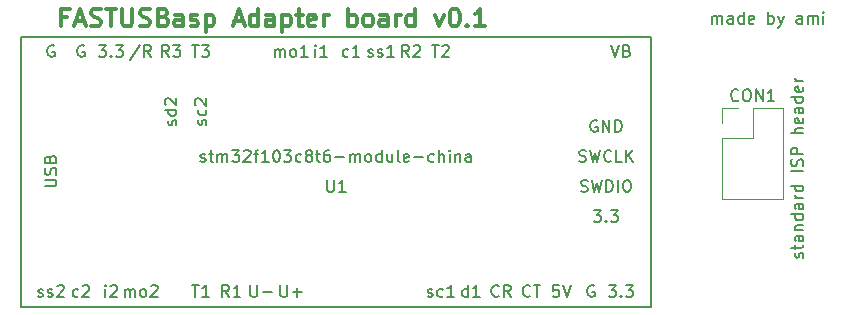
<source format=gto>
G04 #@! TF.FileFunction,Legend,Top*
%FSLAX46Y46*%
G04 Gerber Fmt 4.6, Leading zero omitted, Abs format (unit mm)*
G04 Created by KiCad (PCBNEW 4.0.6) date Sun Apr 16 23:54:16 2017*
%MOMM*%
%LPD*%
G01*
G04 APERTURE LIST*
%ADD10C,0.100000*%
%ADD11C,0.200000*%
%ADD12C,0.300000*%
%ADD13C,0.120000*%
%ADD14C,0.150000*%
G04 APERTURE END LIST*
D10*
D11*
X231544762Y-124411430D02*
X231592381Y-124316192D01*
X231592381Y-124125716D01*
X231544762Y-124030477D01*
X231449524Y-123982858D01*
X231401905Y-123982858D01*
X231306667Y-124030477D01*
X231259048Y-124125716D01*
X231259048Y-124268573D01*
X231211429Y-124363811D01*
X231116190Y-124411430D01*
X231068571Y-124411430D01*
X230973333Y-124363811D01*
X230925714Y-124268573D01*
X230925714Y-124125716D01*
X230973333Y-124030477D01*
X230925714Y-123697144D02*
X230925714Y-123316192D01*
X230592381Y-123554287D02*
X231449524Y-123554287D01*
X231544762Y-123506668D01*
X231592381Y-123411430D01*
X231592381Y-123316192D01*
X231592381Y-122554286D02*
X231068571Y-122554286D01*
X230973333Y-122601905D01*
X230925714Y-122697143D01*
X230925714Y-122887620D01*
X230973333Y-122982858D01*
X231544762Y-122554286D02*
X231592381Y-122649524D01*
X231592381Y-122887620D01*
X231544762Y-122982858D01*
X231449524Y-123030477D01*
X231354286Y-123030477D01*
X231259048Y-122982858D01*
X231211429Y-122887620D01*
X231211429Y-122649524D01*
X231163810Y-122554286D01*
X230925714Y-122078096D02*
X231592381Y-122078096D01*
X231020952Y-122078096D02*
X230973333Y-122030477D01*
X230925714Y-121935239D01*
X230925714Y-121792381D01*
X230973333Y-121697143D01*
X231068571Y-121649524D01*
X231592381Y-121649524D01*
X231592381Y-120744762D02*
X230592381Y-120744762D01*
X231544762Y-120744762D02*
X231592381Y-120840000D01*
X231592381Y-121030477D01*
X231544762Y-121125715D01*
X231497143Y-121173334D01*
X231401905Y-121220953D01*
X231116190Y-121220953D01*
X231020952Y-121173334D01*
X230973333Y-121125715D01*
X230925714Y-121030477D01*
X230925714Y-120840000D01*
X230973333Y-120744762D01*
X231592381Y-119840000D02*
X231068571Y-119840000D01*
X230973333Y-119887619D01*
X230925714Y-119982857D01*
X230925714Y-120173334D01*
X230973333Y-120268572D01*
X231544762Y-119840000D02*
X231592381Y-119935238D01*
X231592381Y-120173334D01*
X231544762Y-120268572D01*
X231449524Y-120316191D01*
X231354286Y-120316191D01*
X231259048Y-120268572D01*
X231211429Y-120173334D01*
X231211429Y-119935238D01*
X231163810Y-119840000D01*
X231592381Y-119363810D02*
X230925714Y-119363810D01*
X231116190Y-119363810D02*
X231020952Y-119316191D01*
X230973333Y-119268572D01*
X230925714Y-119173334D01*
X230925714Y-119078095D01*
X231592381Y-118316190D02*
X230592381Y-118316190D01*
X231544762Y-118316190D02*
X231592381Y-118411428D01*
X231592381Y-118601905D01*
X231544762Y-118697143D01*
X231497143Y-118744762D01*
X231401905Y-118792381D01*
X231116190Y-118792381D01*
X231020952Y-118744762D01*
X230973333Y-118697143D01*
X230925714Y-118601905D01*
X230925714Y-118411428D01*
X230973333Y-118316190D01*
X231592381Y-117078095D02*
X230592381Y-117078095D01*
X231544762Y-116649524D02*
X231592381Y-116506667D01*
X231592381Y-116268571D01*
X231544762Y-116173333D01*
X231497143Y-116125714D01*
X231401905Y-116078095D01*
X231306667Y-116078095D01*
X231211429Y-116125714D01*
X231163810Y-116173333D01*
X231116190Y-116268571D01*
X231068571Y-116459048D01*
X231020952Y-116554286D01*
X230973333Y-116601905D01*
X230878095Y-116649524D01*
X230782857Y-116649524D01*
X230687619Y-116601905D01*
X230640000Y-116554286D01*
X230592381Y-116459048D01*
X230592381Y-116220952D01*
X230640000Y-116078095D01*
X231592381Y-115649524D02*
X230592381Y-115649524D01*
X230592381Y-115268571D01*
X230640000Y-115173333D01*
X230687619Y-115125714D01*
X230782857Y-115078095D01*
X230925714Y-115078095D01*
X231020952Y-115125714D01*
X231068571Y-115173333D01*
X231116190Y-115268571D01*
X231116190Y-115649524D01*
X231592381Y-113887619D02*
X230592381Y-113887619D01*
X231592381Y-113459047D02*
X231068571Y-113459047D01*
X230973333Y-113506666D01*
X230925714Y-113601904D01*
X230925714Y-113744762D01*
X230973333Y-113840000D01*
X231020952Y-113887619D01*
X231544762Y-112601904D02*
X231592381Y-112697142D01*
X231592381Y-112887619D01*
X231544762Y-112982857D01*
X231449524Y-113030476D01*
X231068571Y-113030476D01*
X230973333Y-112982857D01*
X230925714Y-112887619D01*
X230925714Y-112697142D01*
X230973333Y-112601904D01*
X231068571Y-112554285D01*
X231163810Y-112554285D01*
X231259048Y-113030476D01*
X231592381Y-111697142D02*
X231068571Y-111697142D01*
X230973333Y-111744761D01*
X230925714Y-111839999D01*
X230925714Y-112030476D01*
X230973333Y-112125714D01*
X231544762Y-111697142D02*
X231592381Y-111792380D01*
X231592381Y-112030476D01*
X231544762Y-112125714D01*
X231449524Y-112173333D01*
X231354286Y-112173333D01*
X231259048Y-112125714D01*
X231211429Y-112030476D01*
X231211429Y-111792380D01*
X231163810Y-111697142D01*
X231592381Y-110792380D02*
X230592381Y-110792380D01*
X231544762Y-110792380D02*
X231592381Y-110887618D01*
X231592381Y-111078095D01*
X231544762Y-111173333D01*
X231497143Y-111220952D01*
X231401905Y-111268571D01*
X231116190Y-111268571D01*
X231020952Y-111220952D01*
X230973333Y-111173333D01*
X230925714Y-111078095D01*
X230925714Y-110887618D01*
X230973333Y-110792380D01*
X231544762Y-109935237D02*
X231592381Y-110030475D01*
X231592381Y-110220952D01*
X231544762Y-110316190D01*
X231449524Y-110363809D01*
X231068571Y-110363809D01*
X230973333Y-110316190D01*
X230925714Y-110220952D01*
X230925714Y-110030475D01*
X230973333Y-109935237D01*
X231068571Y-109887618D01*
X231163810Y-109887618D01*
X231259048Y-110363809D01*
X231592381Y-109459047D02*
X230925714Y-109459047D01*
X231116190Y-109459047D02*
X231020952Y-109411428D01*
X230973333Y-109363809D01*
X230925714Y-109268571D01*
X230925714Y-109173332D01*
X223885714Y-104592381D02*
X223885714Y-103925714D01*
X223885714Y-104020952D02*
X223933333Y-103973333D01*
X224028571Y-103925714D01*
X224171429Y-103925714D01*
X224266667Y-103973333D01*
X224314286Y-104068571D01*
X224314286Y-104592381D01*
X224314286Y-104068571D02*
X224361905Y-103973333D01*
X224457143Y-103925714D01*
X224600000Y-103925714D01*
X224695238Y-103973333D01*
X224742857Y-104068571D01*
X224742857Y-104592381D01*
X225647619Y-104592381D02*
X225647619Y-104068571D01*
X225600000Y-103973333D01*
X225504762Y-103925714D01*
X225314285Y-103925714D01*
X225219047Y-103973333D01*
X225647619Y-104544762D02*
X225552381Y-104592381D01*
X225314285Y-104592381D01*
X225219047Y-104544762D01*
X225171428Y-104449524D01*
X225171428Y-104354286D01*
X225219047Y-104259048D01*
X225314285Y-104211429D01*
X225552381Y-104211429D01*
X225647619Y-104163810D01*
X226552381Y-104592381D02*
X226552381Y-103592381D01*
X226552381Y-104544762D02*
X226457143Y-104592381D01*
X226266666Y-104592381D01*
X226171428Y-104544762D01*
X226123809Y-104497143D01*
X226076190Y-104401905D01*
X226076190Y-104116190D01*
X226123809Y-104020952D01*
X226171428Y-103973333D01*
X226266666Y-103925714D01*
X226457143Y-103925714D01*
X226552381Y-103973333D01*
X227409524Y-104544762D02*
X227314286Y-104592381D01*
X227123809Y-104592381D01*
X227028571Y-104544762D01*
X226980952Y-104449524D01*
X226980952Y-104068571D01*
X227028571Y-103973333D01*
X227123809Y-103925714D01*
X227314286Y-103925714D01*
X227409524Y-103973333D01*
X227457143Y-104068571D01*
X227457143Y-104163810D01*
X226980952Y-104259048D01*
X228647619Y-104592381D02*
X228647619Y-103592381D01*
X228647619Y-103973333D02*
X228742857Y-103925714D01*
X228933334Y-103925714D01*
X229028572Y-103973333D01*
X229076191Y-104020952D01*
X229123810Y-104116190D01*
X229123810Y-104401905D01*
X229076191Y-104497143D01*
X229028572Y-104544762D01*
X228933334Y-104592381D01*
X228742857Y-104592381D01*
X228647619Y-104544762D01*
X229457143Y-103925714D02*
X229695238Y-104592381D01*
X229933334Y-103925714D02*
X229695238Y-104592381D01*
X229600000Y-104830476D01*
X229552381Y-104878095D01*
X229457143Y-104925714D01*
X231504763Y-104592381D02*
X231504763Y-104068571D01*
X231457144Y-103973333D01*
X231361906Y-103925714D01*
X231171429Y-103925714D01*
X231076191Y-103973333D01*
X231504763Y-104544762D02*
X231409525Y-104592381D01*
X231171429Y-104592381D01*
X231076191Y-104544762D01*
X231028572Y-104449524D01*
X231028572Y-104354286D01*
X231076191Y-104259048D01*
X231171429Y-104211429D01*
X231409525Y-104211429D01*
X231504763Y-104163810D01*
X231980953Y-104592381D02*
X231980953Y-103925714D01*
X231980953Y-104020952D02*
X232028572Y-103973333D01*
X232123810Y-103925714D01*
X232266668Y-103925714D01*
X232361906Y-103973333D01*
X232409525Y-104068571D01*
X232409525Y-104592381D01*
X232409525Y-104068571D02*
X232457144Y-103973333D01*
X232552382Y-103925714D01*
X232695239Y-103925714D01*
X232790477Y-103973333D01*
X232838096Y-104068571D01*
X232838096Y-104592381D01*
X233314286Y-104592381D02*
X233314286Y-103925714D01*
X233314286Y-103592381D02*
X233266667Y-103640000D01*
X233314286Y-103687619D01*
X233361905Y-103640000D01*
X233314286Y-103592381D01*
X233314286Y-103687619D01*
D12*
X169297144Y-104032857D02*
X168797144Y-104032857D01*
X168797144Y-104818571D02*
X168797144Y-103318571D01*
X169511430Y-103318571D01*
X170011429Y-104390000D02*
X170725715Y-104390000D01*
X169868572Y-104818571D02*
X170368572Y-103318571D01*
X170868572Y-104818571D01*
X171297143Y-104747143D02*
X171511429Y-104818571D01*
X171868572Y-104818571D01*
X172011429Y-104747143D01*
X172082858Y-104675714D01*
X172154286Y-104532857D01*
X172154286Y-104390000D01*
X172082858Y-104247143D01*
X172011429Y-104175714D01*
X171868572Y-104104286D01*
X171582858Y-104032857D01*
X171440000Y-103961429D01*
X171368572Y-103890000D01*
X171297143Y-103747143D01*
X171297143Y-103604286D01*
X171368572Y-103461429D01*
X171440000Y-103390000D01*
X171582858Y-103318571D01*
X171940000Y-103318571D01*
X172154286Y-103390000D01*
X172582857Y-103318571D02*
X173440000Y-103318571D01*
X173011429Y-104818571D02*
X173011429Y-103318571D01*
X173940000Y-103318571D02*
X173940000Y-104532857D01*
X174011428Y-104675714D01*
X174082857Y-104747143D01*
X174225714Y-104818571D01*
X174511428Y-104818571D01*
X174654286Y-104747143D01*
X174725714Y-104675714D01*
X174797143Y-104532857D01*
X174797143Y-103318571D01*
X175440000Y-104747143D02*
X175654286Y-104818571D01*
X176011429Y-104818571D01*
X176154286Y-104747143D01*
X176225715Y-104675714D01*
X176297143Y-104532857D01*
X176297143Y-104390000D01*
X176225715Y-104247143D01*
X176154286Y-104175714D01*
X176011429Y-104104286D01*
X175725715Y-104032857D01*
X175582857Y-103961429D01*
X175511429Y-103890000D01*
X175440000Y-103747143D01*
X175440000Y-103604286D01*
X175511429Y-103461429D01*
X175582857Y-103390000D01*
X175725715Y-103318571D01*
X176082857Y-103318571D01*
X176297143Y-103390000D01*
X177440000Y-104032857D02*
X177654286Y-104104286D01*
X177725714Y-104175714D01*
X177797143Y-104318571D01*
X177797143Y-104532857D01*
X177725714Y-104675714D01*
X177654286Y-104747143D01*
X177511428Y-104818571D01*
X176940000Y-104818571D01*
X176940000Y-103318571D01*
X177440000Y-103318571D01*
X177582857Y-103390000D01*
X177654286Y-103461429D01*
X177725714Y-103604286D01*
X177725714Y-103747143D01*
X177654286Y-103890000D01*
X177582857Y-103961429D01*
X177440000Y-104032857D01*
X176940000Y-104032857D01*
X179082857Y-104818571D02*
X179082857Y-104032857D01*
X179011428Y-103890000D01*
X178868571Y-103818571D01*
X178582857Y-103818571D01*
X178440000Y-103890000D01*
X179082857Y-104747143D02*
X178940000Y-104818571D01*
X178582857Y-104818571D01*
X178440000Y-104747143D01*
X178368571Y-104604286D01*
X178368571Y-104461429D01*
X178440000Y-104318571D01*
X178582857Y-104247143D01*
X178940000Y-104247143D01*
X179082857Y-104175714D01*
X179725714Y-104747143D02*
X179868571Y-104818571D01*
X180154286Y-104818571D01*
X180297143Y-104747143D01*
X180368571Y-104604286D01*
X180368571Y-104532857D01*
X180297143Y-104390000D01*
X180154286Y-104318571D01*
X179940000Y-104318571D01*
X179797143Y-104247143D01*
X179725714Y-104104286D01*
X179725714Y-104032857D01*
X179797143Y-103890000D01*
X179940000Y-103818571D01*
X180154286Y-103818571D01*
X180297143Y-103890000D01*
X181011429Y-103818571D02*
X181011429Y-105318571D01*
X181011429Y-103890000D02*
X181154286Y-103818571D01*
X181440000Y-103818571D01*
X181582857Y-103890000D01*
X181654286Y-103961429D01*
X181725715Y-104104286D01*
X181725715Y-104532857D01*
X181654286Y-104675714D01*
X181582857Y-104747143D01*
X181440000Y-104818571D01*
X181154286Y-104818571D01*
X181011429Y-104747143D01*
X183440000Y-104390000D02*
X184154286Y-104390000D01*
X183297143Y-104818571D02*
X183797143Y-103318571D01*
X184297143Y-104818571D01*
X185440000Y-104818571D02*
X185440000Y-103318571D01*
X185440000Y-104747143D02*
X185297143Y-104818571D01*
X185011429Y-104818571D01*
X184868571Y-104747143D01*
X184797143Y-104675714D01*
X184725714Y-104532857D01*
X184725714Y-104104286D01*
X184797143Y-103961429D01*
X184868571Y-103890000D01*
X185011429Y-103818571D01*
X185297143Y-103818571D01*
X185440000Y-103890000D01*
X186797143Y-104818571D02*
X186797143Y-104032857D01*
X186725714Y-103890000D01*
X186582857Y-103818571D01*
X186297143Y-103818571D01*
X186154286Y-103890000D01*
X186797143Y-104747143D02*
X186654286Y-104818571D01*
X186297143Y-104818571D01*
X186154286Y-104747143D01*
X186082857Y-104604286D01*
X186082857Y-104461429D01*
X186154286Y-104318571D01*
X186297143Y-104247143D01*
X186654286Y-104247143D01*
X186797143Y-104175714D01*
X187511429Y-103818571D02*
X187511429Y-105318571D01*
X187511429Y-103890000D02*
X187654286Y-103818571D01*
X187940000Y-103818571D01*
X188082857Y-103890000D01*
X188154286Y-103961429D01*
X188225715Y-104104286D01*
X188225715Y-104532857D01*
X188154286Y-104675714D01*
X188082857Y-104747143D01*
X187940000Y-104818571D01*
X187654286Y-104818571D01*
X187511429Y-104747143D01*
X188654286Y-103818571D02*
X189225715Y-103818571D01*
X188868572Y-103318571D02*
X188868572Y-104604286D01*
X188940000Y-104747143D01*
X189082858Y-104818571D01*
X189225715Y-104818571D01*
X190297143Y-104747143D02*
X190154286Y-104818571D01*
X189868572Y-104818571D01*
X189725715Y-104747143D01*
X189654286Y-104604286D01*
X189654286Y-104032857D01*
X189725715Y-103890000D01*
X189868572Y-103818571D01*
X190154286Y-103818571D01*
X190297143Y-103890000D01*
X190368572Y-104032857D01*
X190368572Y-104175714D01*
X189654286Y-104318571D01*
X191011429Y-104818571D02*
X191011429Y-103818571D01*
X191011429Y-104104286D02*
X191082857Y-103961429D01*
X191154286Y-103890000D01*
X191297143Y-103818571D01*
X191440000Y-103818571D01*
X193082857Y-104818571D02*
X193082857Y-103318571D01*
X193082857Y-103890000D02*
X193225714Y-103818571D01*
X193511428Y-103818571D01*
X193654285Y-103890000D01*
X193725714Y-103961429D01*
X193797143Y-104104286D01*
X193797143Y-104532857D01*
X193725714Y-104675714D01*
X193654285Y-104747143D01*
X193511428Y-104818571D01*
X193225714Y-104818571D01*
X193082857Y-104747143D01*
X194654286Y-104818571D02*
X194511428Y-104747143D01*
X194440000Y-104675714D01*
X194368571Y-104532857D01*
X194368571Y-104104286D01*
X194440000Y-103961429D01*
X194511428Y-103890000D01*
X194654286Y-103818571D01*
X194868571Y-103818571D01*
X195011428Y-103890000D01*
X195082857Y-103961429D01*
X195154286Y-104104286D01*
X195154286Y-104532857D01*
X195082857Y-104675714D01*
X195011428Y-104747143D01*
X194868571Y-104818571D01*
X194654286Y-104818571D01*
X196440000Y-104818571D02*
X196440000Y-104032857D01*
X196368571Y-103890000D01*
X196225714Y-103818571D01*
X195940000Y-103818571D01*
X195797143Y-103890000D01*
X196440000Y-104747143D02*
X196297143Y-104818571D01*
X195940000Y-104818571D01*
X195797143Y-104747143D01*
X195725714Y-104604286D01*
X195725714Y-104461429D01*
X195797143Y-104318571D01*
X195940000Y-104247143D01*
X196297143Y-104247143D01*
X196440000Y-104175714D01*
X197154286Y-104818571D02*
X197154286Y-103818571D01*
X197154286Y-104104286D02*
X197225714Y-103961429D01*
X197297143Y-103890000D01*
X197440000Y-103818571D01*
X197582857Y-103818571D01*
X198725714Y-104818571D02*
X198725714Y-103318571D01*
X198725714Y-104747143D02*
X198582857Y-104818571D01*
X198297143Y-104818571D01*
X198154285Y-104747143D01*
X198082857Y-104675714D01*
X198011428Y-104532857D01*
X198011428Y-104104286D01*
X198082857Y-103961429D01*
X198154285Y-103890000D01*
X198297143Y-103818571D01*
X198582857Y-103818571D01*
X198725714Y-103890000D01*
X200440000Y-103818571D02*
X200797143Y-104818571D01*
X201154285Y-103818571D01*
X202011428Y-103318571D02*
X202154285Y-103318571D01*
X202297142Y-103390000D01*
X202368571Y-103461429D01*
X202440000Y-103604286D01*
X202511428Y-103890000D01*
X202511428Y-104247143D01*
X202440000Y-104532857D01*
X202368571Y-104675714D01*
X202297142Y-104747143D01*
X202154285Y-104818571D01*
X202011428Y-104818571D01*
X201868571Y-104747143D01*
X201797142Y-104675714D01*
X201725714Y-104532857D01*
X201654285Y-104247143D01*
X201654285Y-103890000D01*
X201725714Y-103604286D01*
X201797142Y-103461429D01*
X201868571Y-103390000D01*
X202011428Y-103318571D01*
X203154285Y-104675714D02*
X203225713Y-104747143D01*
X203154285Y-104818571D01*
X203082856Y-104747143D01*
X203154285Y-104675714D01*
X203154285Y-104818571D01*
X204654285Y-104818571D02*
X203797142Y-104818571D01*
X204225714Y-104818571D02*
X204225714Y-103318571D01*
X204082857Y-103532857D01*
X203939999Y-103675714D01*
X203797142Y-103747143D01*
D13*
X224730000Y-114300000D02*
X224730000Y-119440000D01*
X224730000Y-119440000D02*
X229930000Y-119440000D01*
X229930000Y-119440000D02*
X229930000Y-111700000D01*
X229930000Y-111700000D02*
X227330000Y-111700000D01*
X227330000Y-111700000D02*
X227330000Y-114300000D01*
X227330000Y-114300000D02*
X224730000Y-114300000D01*
X224730000Y-113030000D02*
X224730000Y-111700000D01*
X224730000Y-111700000D02*
X226060000Y-111700000D01*
D14*
X165375001Y-128545001D02*
X218715001Y-128545001D01*
X218715001Y-105685001D02*
X165375001Y-105685001D01*
X218715001Y-128545001D02*
X218715001Y-105685001D01*
X165375001Y-105685001D02*
X165375001Y-128545001D01*
X226115715Y-111057143D02*
X226068096Y-111104762D01*
X225925239Y-111152381D01*
X225830001Y-111152381D01*
X225687143Y-111104762D01*
X225591905Y-111009524D01*
X225544286Y-110914286D01*
X225496667Y-110723810D01*
X225496667Y-110580952D01*
X225544286Y-110390476D01*
X225591905Y-110295238D01*
X225687143Y-110200000D01*
X225830001Y-110152381D01*
X225925239Y-110152381D01*
X226068096Y-110200000D01*
X226115715Y-110247619D01*
X226734762Y-110152381D02*
X226925239Y-110152381D01*
X227020477Y-110200000D01*
X227115715Y-110295238D01*
X227163334Y-110485714D01*
X227163334Y-110819048D01*
X227115715Y-111009524D01*
X227020477Y-111104762D01*
X226925239Y-111152381D01*
X226734762Y-111152381D01*
X226639524Y-111104762D01*
X226544286Y-111009524D01*
X226496667Y-110819048D01*
X226496667Y-110485714D01*
X226544286Y-110295238D01*
X226639524Y-110200000D01*
X226734762Y-110152381D01*
X227591905Y-111152381D02*
X227591905Y-110152381D01*
X228163334Y-111152381D01*
X228163334Y-110152381D01*
X229163334Y-111152381D02*
X228591905Y-111152381D01*
X228877619Y-111152381D02*
X228877619Y-110152381D01*
X228782381Y-110295238D01*
X228687143Y-110390476D01*
X228591905Y-110438095D01*
X191283096Y-117837382D02*
X191283096Y-118646906D01*
X191330715Y-118742144D01*
X191378334Y-118789763D01*
X191473572Y-118837382D01*
X191664049Y-118837382D01*
X191759287Y-118789763D01*
X191806906Y-118742144D01*
X191854525Y-118646906D01*
X191854525Y-117837382D01*
X192854525Y-118837382D02*
X192283096Y-118837382D01*
X192568810Y-118837382D02*
X192568810Y-117837382D01*
X192473572Y-117980239D01*
X192378334Y-118075477D01*
X192283096Y-118123096D01*
X180568810Y-116249763D02*
X180664048Y-116297382D01*
X180854524Y-116297382D01*
X180949763Y-116249763D01*
X180997382Y-116154525D01*
X180997382Y-116106906D01*
X180949763Y-116011668D01*
X180854524Y-115964049D01*
X180711667Y-115964049D01*
X180616429Y-115916430D01*
X180568810Y-115821191D01*
X180568810Y-115773572D01*
X180616429Y-115678334D01*
X180711667Y-115630715D01*
X180854524Y-115630715D01*
X180949763Y-115678334D01*
X181283096Y-115630715D02*
X181664048Y-115630715D01*
X181425953Y-115297382D02*
X181425953Y-116154525D01*
X181473572Y-116249763D01*
X181568810Y-116297382D01*
X181664048Y-116297382D01*
X181997382Y-116297382D02*
X181997382Y-115630715D01*
X181997382Y-115725953D02*
X182045001Y-115678334D01*
X182140239Y-115630715D01*
X182283097Y-115630715D01*
X182378335Y-115678334D01*
X182425954Y-115773572D01*
X182425954Y-116297382D01*
X182425954Y-115773572D02*
X182473573Y-115678334D01*
X182568811Y-115630715D01*
X182711668Y-115630715D01*
X182806906Y-115678334D01*
X182854525Y-115773572D01*
X182854525Y-116297382D01*
X183235477Y-115297382D02*
X183854525Y-115297382D01*
X183521191Y-115678334D01*
X183664049Y-115678334D01*
X183759287Y-115725953D01*
X183806906Y-115773572D01*
X183854525Y-115868811D01*
X183854525Y-116106906D01*
X183806906Y-116202144D01*
X183759287Y-116249763D01*
X183664049Y-116297382D01*
X183378334Y-116297382D01*
X183283096Y-116249763D01*
X183235477Y-116202144D01*
X184235477Y-115392620D02*
X184283096Y-115345001D01*
X184378334Y-115297382D01*
X184616430Y-115297382D01*
X184711668Y-115345001D01*
X184759287Y-115392620D01*
X184806906Y-115487858D01*
X184806906Y-115583096D01*
X184759287Y-115725953D01*
X184187858Y-116297382D01*
X184806906Y-116297382D01*
X185092620Y-115630715D02*
X185473572Y-115630715D01*
X185235477Y-116297382D02*
X185235477Y-115440239D01*
X185283096Y-115345001D01*
X185378334Y-115297382D01*
X185473572Y-115297382D01*
X186330716Y-116297382D02*
X185759287Y-116297382D01*
X186045001Y-116297382D02*
X186045001Y-115297382D01*
X185949763Y-115440239D01*
X185854525Y-115535477D01*
X185759287Y-115583096D01*
X186949763Y-115297382D02*
X187045002Y-115297382D01*
X187140240Y-115345001D01*
X187187859Y-115392620D01*
X187235478Y-115487858D01*
X187283097Y-115678334D01*
X187283097Y-115916430D01*
X187235478Y-116106906D01*
X187187859Y-116202144D01*
X187140240Y-116249763D01*
X187045002Y-116297382D01*
X186949763Y-116297382D01*
X186854525Y-116249763D01*
X186806906Y-116202144D01*
X186759287Y-116106906D01*
X186711668Y-115916430D01*
X186711668Y-115678334D01*
X186759287Y-115487858D01*
X186806906Y-115392620D01*
X186854525Y-115345001D01*
X186949763Y-115297382D01*
X187616430Y-115297382D02*
X188235478Y-115297382D01*
X187902144Y-115678334D01*
X188045002Y-115678334D01*
X188140240Y-115725953D01*
X188187859Y-115773572D01*
X188235478Y-115868811D01*
X188235478Y-116106906D01*
X188187859Y-116202144D01*
X188140240Y-116249763D01*
X188045002Y-116297382D01*
X187759287Y-116297382D01*
X187664049Y-116249763D01*
X187616430Y-116202144D01*
X189092621Y-116249763D02*
X188997383Y-116297382D01*
X188806906Y-116297382D01*
X188711668Y-116249763D01*
X188664049Y-116202144D01*
X188616430Y-116106906D01*
X188616430Y-115821191D01*
X188664049Y-115725953D01*
X188711668Y-115678334D01*
X188806906Y-115630715D01*
X188997383Y-115630715D01*
X189092621Y-115678334D01*
X189664049Y-115725953D02*
X189568811Y-115678334D01*
X189521192Y-115630715D01*
X189473573Y-115535477D01*
X189473573Y-115487858D01*
X189521192Y-115392620D01*
X189568811Y-115345001D01*
X189664049Y-115297382D01*
X189854526Y-115297382D01*
X189949764Y-115345001D01*
X189997383Y-115392620D01*
X190045002Y-115487858D01*
X190045002Y-115535477D01*
X189997383Y-115630715D01*
X189949764Y-115678334D01*
X189854526Y-115725953D01*
X189664049Y-115725953D01*
X189568811Y-115773572D01*
X189521192Y-115821191D01*
X189473573Y-115916430D01*
X189473573Y-116106906D01*
X189521192Y-116202144D01*
X189568811Y-116249763D01*
X189664049Y-116297382D01*
X189854526Y-116297382D01*
X189949764Y-116249763D01*
X189997383Y-116202144D01*
X190045002Y-116106906D01*
X190045002Y-115916430D01*
X189997383Y-115821191D01*
X189949764Y-115773572D01*
X189854526Y-115725953D01*
X190330716Y-115630715D02*
X190711668Y-115630715D01*
X190473573Y-115297382D02*
X190473573Y-116154525D01*
X190521192Y-116249763D01*
X190616430Y-116297382D01*
X190711668Y-116297382D01*
X191473574Y-115297382D02*
X191283097Y-115297382D01*
X191187859Y-115345001D01*
X191140240Y-115392620D01*
X191045002Y-115535477D01*
X190997383Y-115725953D01*
X190997383Y-116106906D01*
X191045002Y-116202144D01*
X191092621Y-116249763D01*
X191187859Y-116297382D01*
X191378336Y-116297382D01*
X191473574Y-116249763D01*
X191521193Y-116202144D01*
X191568812Y-116106906D01*
X191568812Y-115868811D01*
X191521193Y-115773572D01*
X191473574Y-115725953D01*
X191378336Y-115678334D01*
X191187859Y-115678334D01*
X191092621Y-115725953D01*
X191045002Y-115773572D01*
X190997383Y-115868811D01*
X191997383Y-115916430D02*
X192759288Y-115916430D01*
X193235478Y-116297382D02*
X193235478Y-115630715D01*
X193235478Y-115725953D02*
X193283097Y-115678334D01*
X193378335Y-115630715D01*
X193521193Y-115630715D01*
X193616431Y-115678334D01*
X193664050Y-115773572D01*
X193664050Y-116297382D01*
X193664050Y-115773572D02*
X193711669Y-115678334D01*
X193806907Y-115630715D01*
X193949764Y-115630715D01*
X194045002Y-115678334D01*
X194092621Y-115773572D01*
X194092621Y-116297382D01*
X194711668Y-116297382D02*
X194616430Y-116249763D01*
X194568811Y-116202144D01*
X194521192Y-116106906D01*
X194521192Y-115821191D01*
X194568811Y-115725953D01*
X194616430Y-115678334D01*
X194711668Y-115630715D01*
X194854526Y-115630715D01*
X194949764Y-115678334D01*
X194997383Y-115725953D01*
X195045002Y-115821191D01*
X195045002Y-116106906D01*
X194997383Y-116202144D01*
X194949764Y-116249763D01*
X194854526Y-116297382D01*
X194711668Y-116297382D01*
X195902145Y-116297382D02*
X195902145Y-115297382D01*
X195902145Y-116249763D02*
X195806907Y-116297382D01*
X195616430Y-116297382D01*
X195521192Y-116249763D01*
X195473573Y-116202144D01*
X195425954Y-116106906D01*
X195425954Y-115821191D01*
X195473573Y-115725953D01*
X195521192Y-115678334D01*
X195616430Y-115630715D01*
X195806907Y-115630715D01*
X195902145Y-115678334D01*
X196806907Y-115630715D02*
X196806907Y-116297382D01*
X196378335Y-115630715D02*
X196378335Y-116154525D01*
X196425954Y-116249763D01*
X196521192Y-116297382D01*
X196664050Y-116297382D01*
X196759288Y-116249763D01*
X196806907Y-116202144D01*
X197425954Y-116297382D02*
X197330716Y-116249763D01*
X197283097Y-116154525D01*
X197283097Y-115297382D01*
X198187860Y-116249763D02*
X198092622Y-116297382D01*
X197902145Y-116297382D01*
X197806907Y-116249763D01*
X197759288Y-116154525D01*
X197759288Y-115773572D01*
X197806907Y-115678334D01*
X197902145Y-115630715D01*
X198092622Y-115630715D01*
X198187860Y-115678334D01*
X198235479Y-115773572D01*
X198235479Y-115868811D01*
X197759288Y-115964049D01*
X198664050Y-115916430D02*
X199425955Y-115916430D01*
X200330717Y-116249763D02*
X200235479Y-116297382D01*
X200045002Y-116297382D01*
X199949764Y-116249763D01*
X199902145Y-116202144D01*
X199854526Y-116106906D01*
X199854526Y-115821191D01*
X199902145Y-115725953D01*
X199949764Y-115678334D01*
X200045002Y-115630715D01*
X200235479Y-115630715D01*
X200330717Y-115678334D01*
X200759288Y-116297382D02*
X200759288Y-115297382D01*
X201187860Y-116297382D02*
X201187860Y-115773572D01*
X201140241Y-115678334D01*
X201045003Y-115630715D01*
X200902145Y-115630715D01*
X200806907Y-115678334D01*
X200759288Y-115725953D01*
X201664050Y-116297382D02*
X201664050Y-115630715D01*
X201664050Y-115297382D02*
X201616431Y-115345001D01*
X201664050Y-115392620D01*
X201711669Y-115345001D01*
X201664050Y-115297382D01*
X201664050Y-115392620D01*
X202140240Y-115630715D02*
X202140240Y-116297382D01*
X202140240Y-115725953D02*
X202187859Y-115678334D01*
X202283097Y-115630715D01*
X202425955Y-115630715D01*
X202521193Y-115678334D01*
X202568812Y-115773572D01*
X202568812Y-116297382D01*
X203473574Y-116297382D02*
X203473574Y-115773572D01*
X203425955Y-115678334D01*
X203330717Y-115630715D01*
X203140240Y-115630715D01*
X203045002Y-115678334D01*
X203473574Y-116249763D02*
X203378336Y-116297382D01*
X203140240Y-116297382D01*
X203045002Y-116249763D01*
X202997383Y-116154525D01*
X202997383Y-116059287D01*
X203045002Y-115964049D01*
X203140240Y-115916430D01*
X203378336Y-115916430D01*
X203473574Y-115868811D01*
X181019763Y-113154049D02*
X181067382Y-113058811D01*
X181067382Y-112868335D01*
X181019763Y-112773096D01*
X180924525Y-112725477D01*
X180876906Y-112725477D01*
X180781668Y-112773096D01*
X180734049Y-112868335D01*
X180734049Y-113011192D01*
X180686430Y-113106430D01*
X180591191Y-113154049D01*
X180543572Y-113154049D01*
X180448334Y-113106430D01*
X180400715Y-113011192D01*
X180400715Y-112868335D01*
X180448334Y-112773096D01*
X181019763Y-111868334D02*
X181067382Y-111963572D01*
X181067382Y-112154049D01*
X181019763Y-112249287D01*
X180972144Y-112296906D01*
X180876906Y-112344525D01*
X180591191Y-112344525D01*
X180495953Y-112296906D01*
X180448334Y-112249287D01*
X180400715Y-112154049D01*
X180400715Y-111963572D01*
X180448334Y-111868334D01*
X180162620Y-111487382D02*
X180115001Y-111439763D01*
X180067382Y-111344525D01*
X180067382Y-111106429D01*
X180115001Y-111011191D01*
X180162620Y-110963572D01*
X180257858Y-110915953D01*
X180353096Y-110915953D01*
X180495953Y-110963572D01*
X181067382Y-111535001D01*
X181067382Y-110915953D01*
X178479763Y-113177858D02*
X178527382Y-113082620D01*
X178527382Y-112892144D01*
X178479763Y-112796905D01*
X178384525Y-112749286D01*
X178336906Y-112749286D01*
X178241668Y-112796905D01*
X178194049Y-112892144D01*
X178194049Y-113035001D01*
X178146430Y-113130239D01*
X178051191Y-113177858D01*
X178003572Y-113177858D01*
X177908334Y-113130239D01*
X177860715Y-113035001D01*
X177860715Y-112892144D01*
X177908334Y-112796905D01*
X178527382Y-111892143D02*
X177527382Y-111892143D01*
X178479763Y-111892143D02*
X178527382Y-111987381D01*
X178527382Y-112177858D01*
X178479763Y-112273096D01*
X178432144Y-112320715D01*
X178336906Y-112368334D01*
X178051191Y-112368334D01*
X177955953Y-112320715D01*
X177908334Y-112273096D01*
X177860715Y-112177858D01*
X177860715Y-111987381D01*
X177908334Y-111892143D01*
X177622620Y-111463572D02*
X177575001Y-111415953D01*
X177527382Y-111320715D01*
X177527382Y-111082619D01*
X177575001Y-110987381D01*
X177622620Y-110939762D01*
X177717858Y-110892143D01*
X177813096Y-110892143D01*
X177955953Y-110939762D01*
X178527382Y-111511191D01*
X178527382Y-110892143D01*
X174177858Y-127727382D02*
X174177858Y-127060715D01*
X174177858Y-127155953D02*
X174225477Y-127108334D01*
X174320715Y-127060715D01*
X174463573Y-127060715D01*
X174558811Y-127108334D01*
X174606430Y-127203572D01*
X174606430Y-127727382D01*
X174606430Y-127203572D02*
X174654049Y-127108334D01*
X174749287Y-127060715D01*
X174892144Y-127060715D01*
X174987382Y-127108334D01*
X175035001Y-127203572D01*
X175035001Y-127727382D01*
X175654048Y-127727382D02*
X175558810Y-127679763D01*
X175511191Y-127632144D01*
X175463572Y-127536906D01*
X175463572Y-127251191D01*
X175511191Y-127155953D01*
X175558810Y-127108334D01*
X175654048Y-127060715D01*
X175796906Y-127060715D01*
X175892144Y-127108334D01*
X175939763Y-127155953D01*
X175987382Y-127251191D01*
X175987382Y-127536906D01*
X175939763Y-127632144D01*
X175892144Y-127679763D01*
X175796906Y-127727382D01*
X175654048Y-127727382D01*
X176368334Y-126822620D02*
X176415953Y-126775001D01*
X176511191Y-126727382D01*
X176749287Y-126727382D01*
X176844525Y-126775001D01*
X176892144Y-126822620D01*
X176939763Y-126917858D01*
X176939763Y-127013096D01*
X176892144Y-127155953D01*
X176320715Y-127727382D01*
X176939763Y-127727382D01*
X172518811Y-127727382D02*
X172518811Y-127060715D01*
X172518811Y-126727382D02*
X172471192Y-126775001D01*
X172518811Y-126822620D01*
X172566430Y-126775001D01*
X172518811Y-126727382D01*
X172518811Y-126822620D01*
X172947382Y-126822620D02*
X172995001Y-126775001D01*
X173090239Y-126727382D01*
X173328335Y-126727382D01*
X173423573Y-126775001D01*
X173471192Y-126822620D01*
X173518811Y-126917858D01*
X173518811Y-127013096D01*
X173471192Y-127155953D01*
X172899763Y-127727382D01*
X173518811Y-127727382D01*
X170216906Y-127679763D02*
X170121668Y-127727382D01*
X169931191Y-127727382D01*
X169835953Y-127679763D01*
X169788334Y-127632144D01*
X169740715Y-127536906D01*
X169740715Y-127251191D01*
X169788334Y-127155953D01*
X169835953Y-127108334D01*
X169931191Y-127060715D01*
X170121668Y-127060715D01*
X170216906Y-127108334D01*
X170597858Y-126822620D02*
X170645477Y-126775001D01*
X170740715Y-126727382D01*
X170978811Y-126727382D01*
X171074049Y-126775001D01*
X171121668Y-126822620D01*
X171169287Y-126917858D01*
X171169287Y-127013096D01*
X171121668Y-127155953D01*
X170550239Y-127727382D01*
X171169287Y-127727382D01*
X166819763Y-127679763D02*
X166915001Y-127727382D01*
X167105477Y-127727382D01*
X167200716Y-127679763D01*
X167248335Y-127584525D01*
X167248335Y-127536906D01*
X167200716Y-127441668D01*
X167105477Y-127394049D01*
X166962620Y-127394049D01*
X166867382Y-127346430D01*
X166819763Y-127251191D01*
X166819763Y-127203572D01*
X166867382Y-127108334D01*
X166962620Y-127060715D01*
X167105477Y-127060715D01*
X167200716Y-127108334D01*
X167629287Y-127679763D02*
X167724525Y-127727382D01*
X167915001Y-127727382D01*
X168010240Y-127679763D01*
X168057859Y-127584525D01*
X168057859Y-127536906D01*
X168010240Y-127441668D01*
X167915001Y-127394049D01*
X167772144Y-127394049D01*
X167676906Y-127346430D01*
X167629287Y-127251191D01*
X167629287Y-127203572D01*
X167676906Y-127108334D01*
X167772144Y-127060715D01*
X167915001Y-127060715D01*
X168010240Y-127108334D01*
X168438811Y-126822620D02*
X168486430Y-126775001D01*
X168581668Y-126727382D01*
X168819764Y-126727382D01*
X168915002Y-126775001D01*
X168962621Y-126822620D01*
X169010240Y-126917858D01*
X169010240Y-127013096D01*
X168962621Y-127155953D01*
X168391192Y-127727382D01*
X169010240Y-127727382D01*
X203213097Y-127727382D02*
X203213097Y-126727382D01*
X203213097Y-127679763D02*
X203117859Y-127727382D01*
X202927382Y-127727382D01*
X202832144Y-127679763D01*
X202784525Y-127632144D01*
X202736906Y-127536906D01*
X202736906Y-127251191D01*
X202784525Y-127155953D01*
X202832144Y-127108334D01*
X202927382Y-127060715D01*
X203117859Y-127060715D01*
X203213097Y-127108334D01*
X204213097Y-127727382D02*
X203641668Y-127727382D01*
X203927382Y-127727382D02*
X203927382Y-126727382D01*
X203832144Y-126870239D01*
X203736906Y-126965477D01*
X203641668Y-127013096D01*
X199815953Y-127679763D02*
X199911191Y-127727382D01*
X200101667Y-127727382D01*
X200196906Y-127679763D01*
X200244525Y-127584525D01*
X200244525Y-127536906D01*
X200196906Y-127441668D01*
X200101667Y-127394049D01*
X199958810Y-127394049D01*
X199863572Y-127346430D01*
X199815953Y-127251191D01*
X199815953Y-127203572D01*
X199863572Y-127108334D01*
X199958810Y-127060715D01*
X200101667Y-127060715D01*
X200196906Y-127108334D01*
X201101668Y-127679763D02*
X201006430Y-127727382D01*
X200815953Y-127727382D01*
X200720715Y-127679763D01*
X200673096Y-127632144D01*
X200625477Y-127536906D01*
X200625477Y-127251191D01*
X200673096Y-127155953D01*
X200720715Y-127108334D01*
X200815953Y-127060715D01*
X201006430Y-127060715D01*
X201101668Y-127108334D01*
X202054049Y-127727382D02*
X201482620Y-127727382D01*
X201768334Y-127727382D02*
X201768334Y-126727382D01*
X201673096Y-126870239D01*
X201577858Y-126965477D01*
X201482620Y-127013096D01*
X200173096Y-106407382D02*
X200744525Y-106407382D01*
X200458810Y-107407382D02*
X200458810Y-106407382D01*
X201030239Y-106502620D02*
X201077858Y-106455001D01*
X201173096Y-106407382D01*
X201411192Y-106407382D01*
X201506430Y-106455001D01*
X201554049Y-106502620D01*
X201601668Y-106597858D01*
X201601668Y-106693096D01*
X201554049Y-106835953D01*
X200982620Y-107407382D01*
X201601668Y-107407382D01*
X198228335Y-107407382D02*
X197895001Y-106931191D01*
X197656906Y-107407382D02*
X197656906Y-106407382D01*
X198037859Y-106407382D01*
X198133097Y-106455001D01*
X198180716Y-106502620D01*
X198228335Y-106597858D01*
X198228335Y-106740715D01*
X198180716Y-106835953D01*
X198133097Y-106883572D01*
X198037859Y-106931191D01*
X197656906Y-106931191D01*
X198609287Y-106502620D02*
X198656906Y-106455001D01*
X198752144Y-106407382D01*
X198990240Y-106407382D01*
X199085478Y-106455001D01*
X199133097Y-106502620D01*
X199180716Y-106597858D01*
X199180716Y-106693096D01*
X199133097Y-106835953D01*
X198561668Y-107407382D01*
X199180716Y-107407382D01*
X194759763Y-107359763D02*
X194855001Y-107407382D01*
X195045477Y-107407382D01*
X195140716Y-107359763D01*
X195188335Y-107264525D01*
X195188335Y-107216906D01*
X195140716Y-107121668D01*
X195045477Y-107074049D01*
X194902620Y-107074049D01*
X194807382Y-107026430D01*
X194759763Y-106931191D01*
X194759763Y-106883572D01*
X194807382Y-106788334D01*
X194902620Y-106740715D01*
X195045477Y-106740715D01*
X195140716Y-106788334D01*
X195569287Y-107359763D02*
X195664525Y-107407382D01*
X195855001Y-107407382D01*
X195950240Y-107359763D01*
X195997859Y-107264525D01*
X195997859Y-107216906D01*
X195950240Y-107121668D01*
X195855001Y-107074049D01*
X195712144Y-107074049D01*
X195616906Y-107026430D01*
X195569287Y-106931191D01*
X195569287Y-106883572D01*
X195616906Y-106788334D01*
X195712144Y-106740715D01*
X195855001Y-106740715D01*
X195950240Y-106788334D01*
X196950240Y-107407382D02*
X196378811Y-107407382D01*
X196664525Y-107407382D02*
X196664525Y-106407382D01*
X196569287Y-106550239D01*
X196474049Y-106645477D01*
X196378811Y-106693096D01*
X193076906Y-107359763D02*
X192981668Y-107407382D01*
X192791191Y-107407382D01*
X192695953Y-107359763D01*
X192648334Y-107312144D01*
X192600715Y-107216906D01*
X192600715Y-106931191D01*
X192648334Y-106835953D01*
X192695953Y-106788334D01*
X192791191Y-106740715D01*
X192981668Y-106740715D01*
X193076906Y-106788334D01*
X194029287Y-107407382D02*
X193457858Y-107407382D01*
X193743572Y-107407382D02*
X193743572Y-106407382D01*
X193648334Y-106550239D01*
X193553096Y-106645477D01*
X193457858Y-106693096D01*
X190298811Y-107407382D02*
X190298811Y-106740715D01*
X190298811Y-106407382D02*
X190251192Y-106455001D01*
X190298811Y-106502620D01*
X190346430Y-106455001D01*
X190298811Y-106407382D01*
X190298811Y-106502620D01*
X191298811Y-107407382D02*
X190727382Y-107407382D01*
X191013096Y-107407382D02*
X191013096Y-106407382D01*
X190917858Y-106550239D01*
X190822620Y-106645477D01*
X190727382Y-106693096D01*
X186877858Y-107407382D02*
X186877858Y-106740715D01*
X186877858Y-106835953D02*
X186925477Y-106788334D01*
X187020715Y-106740715D01*
X187163573Y-106740715D01*
X187258811Y-106788334D01*
X187306430Y-106883572D01*
X187306430Y-107407382D01*
X187306430Y-106883572D02*
X187354049Y-106788334D01*
X187449287Y-106740715D01*
X187592144Y-106740715D01*
X187687382Y-106788334D01*
X187735001Y-106883572D01*
X187735001Y-107407382D01*
X188354048Y-107407382D02*
X188258810Y-107359763D01*
X188211191Y-107312144D01*
X188163572Y-107216906D01*
X188163572Y-106931191D01*
X188211191Y-106835953D01*
X188258810Y-106788334D01*
X188354048Y-106740715D01*
X188496906Y-106740715D01*
X188592144Y-106788334D01*
X188639763Y-106835953D01*
X188687382Y-106931191D01*
X188687382Y-107216906D01*
X188639763Y-107312144D01*
X188592144Y-107359763D01*
X188496906Y-107407382D01*
X188354048Y-107407382D01*
X189639763Y-107407382D02*
X189068334Y-107407382D01*
X189354048Y-107407382D02*
X189354048Y-106407382D01*
X189258810Y-106550239D01*
X189163572Y-106645477D01*
X189068334Y-106693096D01*
X179853096Y-106407382D02*
X180424525Y-106407382D01*
X180138810Y-107407382D02*
X180138810Y-106407382D01*
X180662620Y-106407382D02*
X181281668Y-106407382D01*
X180948334Y-106788334D01*
X181091192Y-106788334D01*
X181186430Y-106835953D01*
X181234049Y-106883572D01*
X181281668Y-106978811D01*
X181281668Y-107216906D01*
X181234049Y-107312144D01*
X181186430Y-107359763D01*
X181091192Y-107407382D01*
X180805477Y-107407382D01*
X180710239Y-107359763D01*
X180662620Y-107312144D01*
X177908335Y-107407382D02*
X177575001Y-106931191D01*
X177336906Y-107407382D02*
X177336906Y-106407382D01*
X177717859Y-106407382D01*
X177813097Y-106455001D01*
X177860716Y-106502620D01*
X177908335Y-106597858D01*
X177908335Y-106740715D01*
X177860716Y-106835953D01*
X177813097Y-106883572D01*
X177717859Y-106931191D01*
X177336906Y-106931191D01*
X178241668Y-106407382D02*
X178860716Y-106407382D01*
X178527382Y-106788334D01*
X178670240Y-106788334D01*
X178765478Y-106835953D01*
X178813097Y-106883572D01*
X178860716Y-106978811D01*
X178860716Y-107216906D01*
X178813097Y-107312144D01*
X178765478Y-107359763D01*
X178670240Y-107407382D01*
X178384525Y-107407382D01*
X178289287Y-107359763D01*
X178241668Y-107312144D01*
X208483573Y-127632144D02*
X208435954Y-127679763D01*
X208293097Y-127727382D01*
X208197859Y-127727382D01*
X208055001Y-127679763D01*
X207959763Y-127584525D01*
X207912144Y-127489287D01*
X207864525Y-127298811D01*
X207864525Y-127155953D01*
X207912144Y-126965477D01*
X207959763Y-126870239D01*
X208055001Y-126775001D01*
X208197859Y-126727382D01*
X208293097Y-126727382D01*
X208435954Y-126775001D01*
X208483573Y-126822620D01*
X208769287Y-126727382D02*
X209340716Y-126727382D01*
X209055001Y-127727382D02*
X209055001Y-126727382D01*
X205824525Y-127632144D02*
X205776906Y-127679763D01*
X205634049Y-127727382D01*
X205538811Y-127727382D01*
X205395953Y-127679763D01*
X205300715Y-127584525D01*
X205253096Y-127489287D01*
X205205477Y-127298811D01*
X205205477Y-127155953D01*
X205253096Y-126965477D01*
X205300715Y-126870239D01*
X205395953Y-126775001D01*
X205538811Y-126727382D01*
X205634049Y-126727382D01*
X205776906Y-126775001D01*
X205824525Y-126822620D01*
X206824525Y-127727382D02*
X206491191Y-127251191D01*
X206253096Y-127727382D02*
X206253096Y-126727382D01*
X206634049Y-126727382D01*
X206729287Y-126775001D01*
X206776906Y-126822620D01*
X206824525Y-126917858D01*
X206824525Y-127060715D01*
X206776906Y-127155953D01*
X206729287Y-127203572D01*
X206634049Y-127251191D01*
X206253096Y-127251191D01*
X187330239Y-126727382D02*
X187330239Y-127536906D01*
X187377858Y-127632144D01*
X187425477Y-127679763D01*
X187520715Y-127727382D01*
X187711192Y-127727382D01*
X187806430Y-127679763D01*
X187854049Y-127632144D01*
X187901668Y-127536906D01*
X187901668Y-126727382D01*
X188377858Y-127346430D02*
X189139763Y-127346430D01*
X188758811Y-127727382D02*
X188758811Y-126965477D01*
X184790239Y-126727382D02*
X184790239Y-127536906D01*
X184837858Y-127632144D01*
X184885477Y-127679763D01*
X184980715Y-127727382D01*
X185171192Y-127727382D01*
X185266430Y-127679763D01*
X185314049Y-127632144D01*
X185361668Y-127536906D01*
X185361668Y-126727382D01*
X185837858Y-127346430D02*
X186599763Y-127346430D01*
X182988335Y-127727382D02*
X182655001Y-127251191D01*
X182416906Y-127727382D02*
X182416906Y-126727382D01*
X182797859Y-126727382D01*
X182893097Y-126775001D01*
X182940716Y-126822620D01*
X182988335Y-126917858D01*
X182988335Y-127060715D01*
X182940716Y-127155953D01*
X182893097Y-127203572D01*
X182797859Y-127251191D01*
X182416906Y-127251191D01*
X183940716Y-127727382D02*
X183369287Y-127727382D01*
X183655001Y-127727382D02*
X183655001Y-126727382D01*
X183559763Y-126870239D01*
X183464525Y-126965477D01*
X183369287Y-127013096D01*
X179853096Y-126727382D02*
X180424525Y-126727382D01*
X180138810Y-127727382D02*
X180138810Y-126727382D01*
X181281668Y-127727382D02*
X180710239Y-127727382D01*
X180995953Y-127727382D02*
X180995953Y-126727382D01*
X180900715Y-126870239D01*
X180805477Y-126965477D01*
X180710239Y-127013096D01*
X213857382Y-120377382D02*
X214476430Y-120377382D01*
X214143096Y-120758334D01*
X214285954Y-120758334D01*
X214381192Y-120805953D01*
X214428811Y-120853572D01*
X214476430Y-120948811D01*
X214476430Y-121186906D01*
X214428811Y-121282144D01*
X214381192Y-121329763D01*
X214285954Y-121377382D01*
X214000239Y-121377382D01*
X213905001Y-121329763D01*
X213857382Y-121282144D01*
X214905001Y-121282144D02*
X214952620Y-121329763D01*
X214905001Y-121377382D01*
X214857382Y-121329763D01*
X214905001Y-121282144D01*
X214905001Y-121377382D01*
X215285953Y-120377382D02*
X215905001Y-120377382D01*
X215571667Y-120758334D01*
X215714525Y-120758334D01*
X215809763Y-120805953D01*
X215857382Y-120853572D01*
X215905001Y-120948811D01*
X215905001Y-121186906D01*
X215857382Y-121282144D01*
X215809763Y-121329763D01*
X215714525Y-121377382D01*
X215428810Y-121377382D01*
X215333572Y-121329763D01*
X215285953Y-121282144D01*
X212785954Y-118789763D02*
X212928811Y-118837382D01*
X213166907Y-118837382D01*
X213262145Y-118789763D01*
X213309764Y-118742144D01*
X213357383Y-118646906D01*
X213357383Y-118551668D01*
X213309764Y-118456430D01*
X213262145Y-118408811D01*
X213166907Y-118361191D01*
X212976430Y-118313572D01*
X212881192Y-118265953D01*
X212833573Y-118218334D01*
X212785954Y-118123096D01*
X212785954Y-118027858D01*
X212833573Y-117932620D01*
X212881192Y-117885001D01*
X212976430Y-117837382D01*
X213214526Y-117837382D01*
X213357383Y-117885001D01*
X213690716Y-117837382D02*
X213928811Y-118837382D01*
X214119288Y-118123096D01*
X214309764Y-118837382D01*
X214547859Y-117837382D01*
X214928811Y-118837382D02*
X214928811Y-117837382D01*
X215166906Y-117837382D01*
X215309764Y-117885001D01*
X215405002Y-117980239D01*
X215452621Y-118075477D01*
X215500240Y-118265953D01*
X215500240Y-118408811D01*
X215452621Y-118599287D01*
X215405002Y-118694525D01*
X215309764Y-118789763D01*
X215166906Y-118837382D01*
X214928811Y-118837382D01*
X215928811Y-118837382D02*
X215928811Y-117837382D01*
X216595477Y-117837382D02*
X216785954Y-117837382D01*
X216881192Y-117885001D01*
X216976430Y-117980239D01*
X217024049Y-118170715D01*
X217024049Y-118504049D01*
X216976430Y-118694525D01*
X216881192Y-118789763D01*
X216785954Y-118837382D01*
X216595477Y-118837382D01*
X216500239Y-118789763D01*
X216405001Y-118694525D01*
X216357382Y-118504049D01*
X216357382Y-118170715D01*
X216405001Y-117980239D01*
X216500239Y-117885001D01*
X216595477Y-117837382D01*
X212643096Y-116249763D02*
X212785953Y-116297382D01*
X213024049Y-116297382D01*
X213119287Y-116249763D01*
X213166906Y-116202144D01*
X213214525Y-116106906D01*
X213214525Y-116011668D01*
X213166906Y-115916430D01*
X213119287Y-115868811D01*
X213024049Y-115821191D01*
X212833572Y-115773572D01*
X212738334Y-115725953D01*
X212690715Y-115678334D01*
X212643096Y-115583096D01*
X212643096Y-115487858D01*
X212690715Y-115392620D01*
X212738334Y-115345001D01*
X212833572Y-115297382D01*
X213071668Y-115297382D01*
X213214525Y-115345001D01*
X213547858Y-115297382D02*
X213785953Y-116297382D01*
X213976430Y-115583096D01*
X214166906Y-116297382D01*
X214405001Y-115297382D01*
X215357382Y-116202144D02*
X215309763Y-116249763D01*
X215166906Y-116297382D01*
X215071668Y-116297382D01*
X214928810Y-116249763D01*
X214833572Y-116154525D01*
X214785953Y-116059287D01*
X214738334Y-115868811D01*
X214738334Y-115725953D01*
X214785953Y-115535477D01*
X214833572Y-115440239D01*
X214928810Y-115345001D01*
X215071668Y-115297382D01*
X215166906Y-115297382D01*
X215309763Y-115345001D01*
X215357382Y-115392620D01*
X216262144Y-116297382D02*
X215785953Y-116297382D01*
X215785953Y-115297382D01*
X216595477Y-116297382D02*
X216595477Y-115297382D01*
X217166906Y-116297382D02*
X216738334Y-115725953D01*
X217166906Y-115297382D02*
X216595477Y-115868811D01*
X214143097Y-112805001D02*
X214047859Y-112757382D01*
X213905002Y-112757382D01*
X213762144Y-112805001D01*
X213666906Y-112900239D01*
X213619287Y-112995477D01*
X213571668Y-113185953D01*
X213571668Y-113328811D01*
X213619287Y-113519287D01*
X213666906Y-113614525D01*
X213762144Y-113709763D01*
X213905002Y-113757382D01*
X214000240Y-113757382D01*
X214143097Y-113709763D01*
X214190716Y-113662144D01*
X214190716Y-113328811D01*
X214000240Y-113328811D01*
X214619287Y-113757382D02*
X214619287Y-112757382D01*
X215190716Y-113757382D01*
X215190716Y-112757382D01*
X215666906Y-113757382D02*
X215666906Y-112757382D01*
X215905001Y-112757382D01*
X216047859Y-112805001D01*
X216143097Y-112900239D01*
X216190716Y-112995477D01*
X216238335Y-113185953D01*
X216238335Y-113328811D01*
X216190716Y-113519287D01*
X216143097Y-113614525D01*
X216047859Y-113709763D01*
X215905001Y-113757382D01*
X215666906Y-113757382D01*
X215127382Y-126727382D02*
X215746430Y-126727382D01*
X215413096Y-127108334D01*
X215555954Y-127108334D01*
X215651192Y-127155953D01*
X215698811Y-127203572D01*
X215746430Y-127298811D01*
X215746430Y-127536906D01*
X215698811Y-127632144D01*
X215651192Y-127679763D01*
X215555954Y-127727382D01*
X215270239Y-127727382D01*
X215175001Y-127679763D01*
X215127382Y-127632144D01*
X216175001Y-127632144D02*
X216222620Y-127679763D01*
X216175001Y-127727382D01*
X216127382Y-127679763D01*
X216175001Y-127632144D01*
X216175001Y-127727382D01*
X216555953Y-126727382D02*
X217175001Y-126727382D01*
X216841667Y-127108334D01*
X216984525Y-127108334D01*
X217079763Y-127155953D01*
X217127382Y-127203572D01*
X217175001Y-127298811D01*
X217175001Y-127536906D01*
X217127382Y-127632144D01*
X217079763Y-127679763D01*
X216984525Y-127727382D01*
X216698810Y-127727382D01*
X216603572Y-127679763D01*
X216555953Y-127632144D01*
X213896906Y-126775001D02*
X213801668Y-126727382D01*
X213658811Y-126727382D01*
X213515953Y-126775001D01*
X213420715Y-126870239D01*
X213373096Y-126965477D01*
X213325477Y-127155953D01*
X213325477Y-127298811D01*
X213373096Y-127489287D01*
X213420715Y-127584525D01*
X213515953Y-127679763D01*
X213658811Y-127727382D01*
X213754049Y-127727382D01*
X213896906Y-127679763D01*
X213944525Y-127632144D01*
X213944525Y-127298811D01*
X213754049Y-127298811D01*
X175463573Y-106359763D02*
X174606430Y-107645477D01*
X176368335Y-107407382D02*
X176035001Y-106931191D01*
X175796906Y-107407382D02*
X175796906Y-106407382D01*
X176177859Y-106407382D01*
X176273097Y-106455001D01*
X176320716Y-106502620D01*
X176368335Y-106597858D01*
X176368335Y-106740715D01*
X176320716Y-106835953D01*
X176273097Y-106883572D01*
X176177859Y-106931191D01*
X175796906Y-106931191D01*
X171947382Y-106407382D02*
X172566430Y-106407382D01*
X172233096Y-106788334D01*
X172375954Y-106788334D01*
X172471192Y-106835953D01*
X172518811Y-106883572D01*
X172566430Y-106978811D01*
X172566430Y-107216906D01*
X172518811Y-107312144D01*
X172471192Y-107359763D01*
X172375954Y-107407382D01*
X172090239Y-107407382D01*
X171995001Y-107359763D01*
X171947382Y-107312144D01*
X172995001Y-107312144D02*
X173042620Y-107359763D01*
X172995001Y-107407382D01*
X172947382Y-107359763D01*
X172995001Y-107312144D01*
X172995001Y-107407382D01*
X173375953Y-106407382D02*
X173995001Y-106407382D01*
X173661667Y-106788334D01*
X173804525Y-106788334D01*
X173899763Y-106835953D01*
X173947382Y-106883572D01*
X173995001Y-106978811D01*
X173995001Y-107216906D01*
X173947382Y-107312144D01*
X173899763Y-107359763D01*
X173804525Y-107407382D01*
X173518810Y-107407382D01*
X173423572Y-107359763D01*
X173375953Y-107312144D01*
X170716906Y-106455001D02*
X170621668Y-106407382D01*
X170478811Y-106407382D01*
X170335953Y-106455001D01*
X170240715Y-106550239D01*
X170193096Y-106645477D01*
X170145477Y-106835953D01*
X170145477Y-106978811D01*
X170193096Y-107169287D01*
X170240715Y-107264525D01*
X170335953Y-107359763D01*
X170478811Y-107407382D01*
X170574049Y-107407382D01*
X170716906Y-107359763D01*
X170764525Y-107312144D01*
X170764525Y-106978811D01*
X170574049Y-106978811D01*
X168176906Y-106455001D02*
X168081668Y-106407382D01*
X167938811Y-106407382D01*
X167795953Y-106455001D01*
X167700715Y-106550239D01*
X167653096Y-106645477D01*
X167605477Y-106835953D01*
X167605477Y-106978811D01*
X167653096Y-107169287D01*
X167700715Y-107264525D01*
X167795953Y-107359763D01*
X167938811Y-107407382D01*
X168034049Y-107407382D01*
X168176906Y-107359763D01*
X168224525Y-107312144D01*
X168224525Y-106978811D01*
X168034049Y-106978811D01*
X215341668Y-106407382D02*
X215675001Y-107407382D01*
X216008335Y-106407382D01*
X216675002Y-106883572D02*
X216817859Y-106931191D01*
X216865478Y-106978811D01*
X216913097Y-107074049D01*
X216913097Y-107216906D01*
X216865478Y-107312144D01*
X216817859Y-107359763D01*
X216722621Y-107407382D01*
X216341668Y-107407382D01*
X216341668Y-106407382D01*
X216675002Y-106407382D01*
X216770240Y-106455001D01*
X216817859Y-106502620D01*
X216865478Y-106597858D01*
X216865478Y-106693096D01*
X216817859Y-106788334D01*
X216770240Y-106835953D01*
X216675002Y-106883572D01*
X216341668Y-106883572D01*
X210904525Y-126727382D02*
X210428334Y-126727382D01*
X210380715Y-127203572D01*
X210428334Y-127155953D01*
X210523572Y-127108334D01*
X210761668Y-127108334D01*
X210856906Y-127155953D01*
X210904525Y-127203572D01*
X210952144Y-127298811D01*
X210952144Y-127536906D01*
X210904525Y-127632144D01*
X210856906Y-127679763D01*
X210761668Y-127727382D01*
X210523572Y-127727382D01*
X210428334Y-127679763D01*
X210380715Y-127632144D01*
X211237858Y-126727382D02*
X211571191Y-127727382D01*
X211904525Y-126727382D01*
X167367382Y-118376906D02*
X168176906Y-118376906D01*
X168272144Y-118329287D01*
X168319763Y-118281668D01*
X168367382Y-118186430D01*
X168367382Y-117995953D01*
X168319763Y-117900715D01*
X168272144Y-117853096D01*
X168176906Y-117805477D01*
X167367382Y-117805477D01*
X168319763Y-117376906D02*
X168367382Y-117234049D01*
X168367382Y-116995953D01*
X168319763Y-116900715D01*
X168272144Y-116853096D01*
X168176906Y-116805477D01*
X168081668Y-116805477D01*
X167986430Y-116853096D01*
X167938811Y-116900715D01*
X167891191Y-116995953D01*
X167843572Y-117186430D01*
X167795953Y-117281668D01*
X167748334Y-117329287D01*
X167653096Y-117376906D01*
X167557858Y-117376906D01*
X167462620Y-117329287D01*
X167415001Y-117281668D01*
X167367382Y-117186430D01*
X167367382Y-116948334D01*
X167415001Y-116805477D01*
X167843572Y-116043572D02*
X167891191Y-115900715D01*
X167938811Y-115853096D01*
X168034049Y-115805477D01*
X168176906Y-115805477D01*
X168272144Y-115853096D01*
X168319763Y-115900715D01*
X168367382Y-115995953D01*
X168367382Y-116376906D01*
X167367382Y-116376906D01*
X167367382Y-116043572D01*
X167415001Y-115948334D01*
X167462620Y-115900715D01*
X167557858Y-115853096D01*
X167653096Y-115853096D01*
X167748334Y-115900715D01*
X167795953Y-115948334D01*
X167843572Y-116043572D01*
X167843572Y-116376906D01*
M02*

</source>
